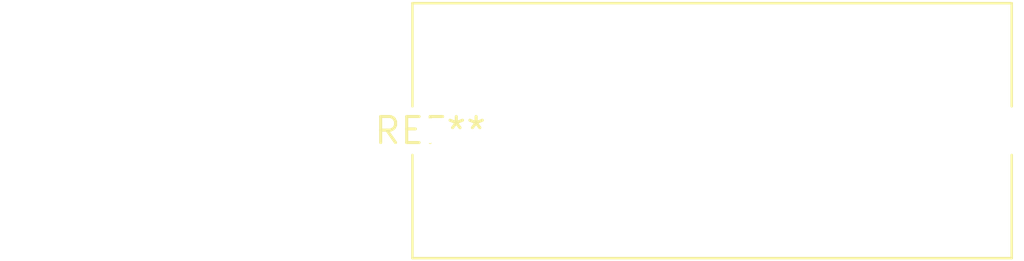
<source format=kicad_pcb>
(kicad_pcb (version 20240108) (generator pcbnew)
  (layers (0 "F.Cu" signal) (31 "B.Cu" signal) (34 "B.Paste" user) (35 "F.Paste" user) (36 "B.SilkS" user "B.Silkscreen") (37 "F.SilkS" user "F.Silkscreen") (38 "B.Mask" user) (39 "F.Mask" user) (44 "Edge.Cuts" user))
  (net 0 "")
  (footprint "C_Rect_L29.0mm_W12.2mm_P27.50mm_MKT" (layer "F.Cu") (at 0 0)
    (property "Reference" "REF**")
    (property "Value" "C_Rect_L29.0mm_W12.2mm_P27.50mm_MKT")
    (fp_line (start -0.87 -6.22) (end -0.87 -1.185) (layer "F.SilkS") (stroke (width 0.12)))
    (fp_line (start -0.87 -6.22) (end 28.37 -6.22) (layer "F.SilkS") (stroke (width 0.12)))
    (fp_line (start -0.87 1.185) (end -0.87 6.22) (layer "F.SilkS") (stroke (width 0.12)))
    (fp_line (start -0.87 6.22) (end 28.37 6.22) (layer "F.SilkS") (stroke (width 0.12)))
    (fp_line (start 28.37 -6.22) (end 28.37 -1.185) (layer "F.SilkS") (stroke (width 0.12)))
    (fp_line (start 28.37 1.185) (end 28.37 6.22) (layer "F.SilkS") (stroke (width 0.12)))
    (pad "1" thru_hole circle (at 0 0) (size 2.4 2.4) (drill 1.2) (layers *.Cu *.Mask) (remove_unused_layers))
    (pad "2" thru_hole circle (at 27.5 0) (size 2.4 2.4) (drill 1.2) (layers *.Cu *.Mask) (remove_unused_layers))
  )
)
</source>
